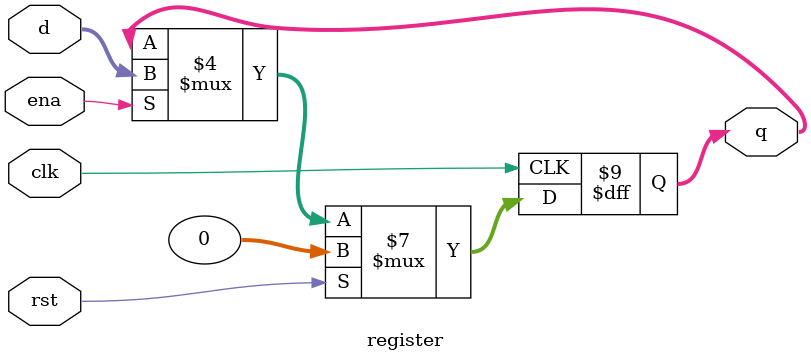
<source format=v>
module register(clk, rst, d, q, ena);
	parameter N = 32;
	input wire clk, rst, ena;
	input wire [N-1:0] d;
	output reg [N-1:0] q = 0;

	always @(posedge clk) begin
		if(rst) begin
			q <= 0;
		end
		else begin
			if (ena) begin
				q <= d;
			end
			else begin
				q <= q;
			end
		end
	end
endmodule

</source>
